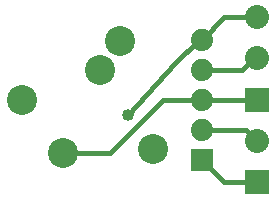
<source format=gbl>
G75*
%MOIN*%
%OFA0B0*%
%FSLAX24Y24*%
%IPPOS*%
%LPD*%
%AMOC8*
5,1,8,0,0,1.08239X$1,22.5*
%
%ADD10C,0.1000*%
%ADD11C,0.0800*%
%ADD12R,0.0800X0.0800*%
%ADD13R,0.0740X0.0740*%
%ADD14C,0.0740*%
%ADD15C,0.0160*%
%ADD16C,0.0400*%
D10*
X010333Y009828D03*
X008955Y011600D03*
X011554Y012584D03*
X012223Y013569D03*
X013325Y009946D03*
D11*
X016805Y010222D03*
X016805Y012978D03*
X016805Y014356D03*
D12*
X016805Y011600D03*
X016805Y008844D03*
D13*
X014955Y009600D03*
D14*
X014955Y010600D03*
X014955Y011600D03*
X014955Y012600D03*
X014955Y013600D03*
D15*
X015711Y014356D01*
X016805Y014356D01*
X014955Y013600D02*
X014865Y013600D01*
X014075Y012810D01*
X012505Y011100D01*
X013685Y011600D02*
X015155Y011600D01*
X016805Y011600D01*
X016305Y012600D02*
X016683Y012978D01*
X016805Y012978D01*
X016305Y012600D02*
X014955Y012600D01*
X014955Y011600D02*
X015155Y011600D01*
X013685Y011600D02*
X011913Y009828D01*
X010333Y009828D01*
X014955Y009600D02*
X015711Y008844D01*
X016805Y008844D01*
X016805Y010222D02*
X016427Y010600D01*
X014955Y010600D01*
D16*
X012505Y011100D03*
M02*

</source>
